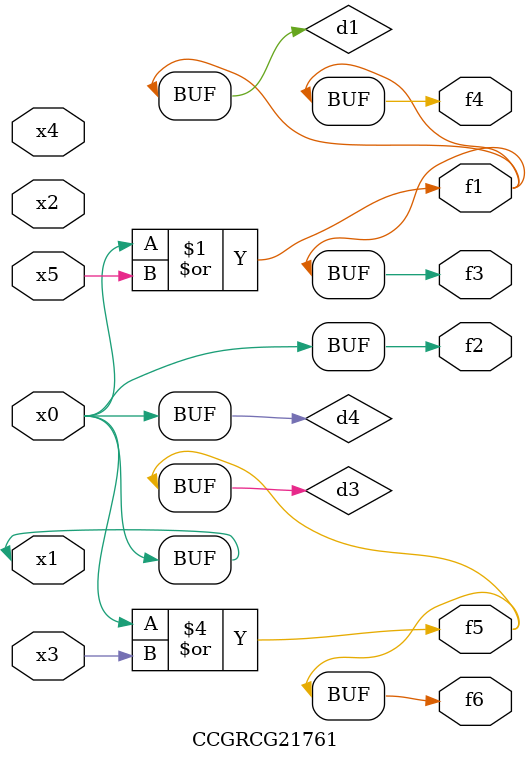
<source format=v>
module CCGRCG21761(
	input x0, x1, x2, x3, x4, x5,
	output f1, f2, f3, f4, f5, f6
);

	wire d1, d2, d3, d4;

	or (d1, x0, x5);
	xnor (d2, x1, x4);
	or (d3, x0, x3);
	buf (d4, x0, x1);
	assign f1 = d1;
	assign f2 = d4;
	assign f3 = d1;
	assign f4 = d1;
	assign f5 = d3;
	assign f6 = d3;
endmodule

</source>
